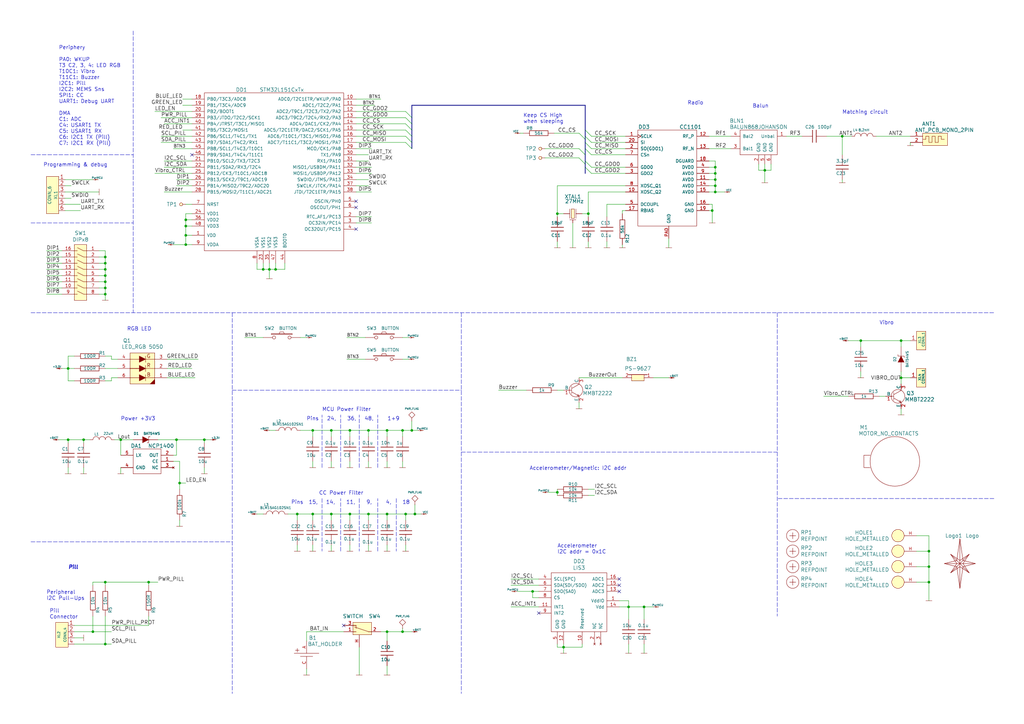
<source format=kicad_sch>
(kicad_sch (version 20211123) (generator eeschema)
  (paper "A3")
  (junction (at 135.89 176.53))
  (junction (at 43.18 264.16))
  (junction (at 38.1 259.08))
  (junction (at 293.37 73.66))
  (junction (at 49.53 180.34))
  (junction (at 293.37 78.74))
  (junction (at 293.37 71.12))
  (junction (at 143.51 176.53))
  (junction (at 73.66 198.12))
  (junction (at 293.37 76.2))
  (junction (at 128.27 210.82))
  (junction (at 27.94 151.13))
  (junction (at 43.18 120.65))
  (junction (at 83.82 180.34))
  (junction (at 218.44 242.57))
  (junction (at 158.75 259.08))
  (junction (at 158.75 176.53))
  (junction (at 143.51 210.82))
  (junction (at 110.49 110.49))
  (junction (at 43.18 107.95))
  (junction (at 292.1 86.36))
  (junction (at 369.57 139.7))
  (junction (at 158.75 210.82))
  (junction (at 72.39 180.34))
  (junction (at 345.44 55.88))
  (junction (at 381 226.06))
  (junction (at 76.2 100.33))
  (junction (at 34.29 180.34))
  (junction (at 43.18 118.11))
  (junction (at 113.03 110.49))
  (junction (at 313.69 69.85))
  (junction (at 43.18 113.03))
  (junction (at 264.16 248.92))
  (junction (at 43.18 238.76))
  (junction (at 128.27 176.53))
  (junction (at 166.37 210.82))
  (junction (at 231.14 265.43))
  (junction (at 165.1 259.08))
  (junction (at 76.2 92.71))
  (junction (at 228.6 87.63))
  (junction (at 151.13 176.53))
  (junction (at 381 238.76))
  (junction (at 241.3 87.63))
  (junction (at 170.18 210.82))
  (junction (at 76.2 96.52))
  (junction (at 27.94 180.34))
  (junction (at 135.89 210.82))
  (junction (at 121.92 210.82))
  (junction (at 257.81 248.92))
  (junction (at 43.18 105.41))
  (junction (at 151.13 210.82))
  (junction (at 293.37 68.58))
  (junction (at 107.95 110.49))
  (junction (at 369.57 154.94))
  (junction (at 76.2 90.17))
  (junction (at 43.18 115.57))
  (junction (at 353.06 139.7))
  (junction (at 60.96 238.76))
  (junction (at 381 232.41))
  (junction (at 165.1 176.53))
  (junction (at 228.6 201.93))
  (junction (at 168.91 176.53))
  (junction (at 43.18 110.49))
  (no_connect (at 254 240.03))
  (no_connect (at 220.98 251.46))
  (no_connect (at 146.05 82.55))
  (no_connect (at 146.05 93.98))
  (no_connect (at 146.05 85.09))
  (no_connect (at 254 242.57))
  (no_connect (at 78.74 63.5))
  (no_connect (at 140.97 256.54))
  (no_connect (at 254 237.49))
  (bus_entry (at 240.03 68.58) (size 2.54 2.54))
  (bus_entry (at 240.03 58.42) (size 2.54 2.54))
  (bus_entry (at 166.37 53.34) (size 2.54 2.54))
  (bus_entry (at 166.37 58.42) (size 2.54 2.54))
  (bus_entry (at 166.37 45.72) (size 2.54 2.54))
  (bus_entry (at 166.37 50.8) (size 2.54 2.54))
  (bus_entry (at 237.49 64.77) (size 2.54 2.54))
  (bus_entry (at 240.03 57.15) (size -2.54 -2.54))
  (bus_entry (at 166.37 48.26) (size 2.54 2.54))
  (bus_entry (at 166.37 55.88) (size 2.54 2.54))
  (bus_entry (at 240.03 53.34) (size 2.54 2.54))
  (bus_entry (at 240.03 55.88) (size 2.54 2.54))
  (bus_entry (at 237.49 60.96) (size 2.54 2.54))
  (bus_entry (at 240.03 66.04) (size 2.54 2.54))
  (bus_entry (at 240.03 60.96) (size 2.54 2.54))
  (bus (pts (xy 240.03 57.15) (xy 240.03 58.42)))
  (wire (pts (xy 152.4 60.96) (xy 146.05 60.96)))
  (wire (pts (xy 43.18 105.41) (xy 43.18 107.95)))
  (wire (pts (xy 76.2 96.52) (xy 76.2 100.33)))
  (polyline (pts (xy 154.94 226.06) (xy 154.94 204.47)))
  (wire (pts (xy 74.93 43.18) (xy 78.74 43.18)))
  (wire (pts (xy 158.75 276.86) (xy 158.75 273.05)))
  (wire (pts (xy 151.13 179.07) (xy 151.13 176.53)))
  (wire (pts (xy 146.05 73.66) (xy 151.13 73.66)))
  (wire (pts (xy 209.55 237.49) (xy 220.98 237.49)))
  (wire (pts (xy 45.72 154.94) (xy 48.26 154.94)))
  (wire (pts (xy 264.16 248.92) (xy 267.97 248.92)))
  (wire (pts (xy 213.36 54.61) (xy 214.63 54.61)))
  (wire (pts (xy 19.05 118.11) (xy 25.4 118.11)))
  (wire (pts (xy 255.27 100.33) (xy 255.27 101.6)))
  (wire (pts (xy 292.1 83.82) (xy 290.83 83.82)))
  (wire (pts (xy 68.58 154.94) (xy 80.01 154.94)))
  (wire (pts (xy 168.91 176.53) (xy 171.45 176.53)))
  (wire (pts (xy 123.19 176.53) (xy 128.27 176.53)))
  (wire (pts (xy 381 226.06) (xy 375.92 226.06)))
  (bus (pts (xy 168.91 55.88) (xy 168.91 58.42)))
  (wire (pts (xy 237.49 167.64) (xy 237.49 165.1)))
  (wire (pts (xy 152.4 78.74) (xy 146.05 78.74)))
  (wire (pts (xy 68.58 151.13) (xy 78.74 151.13)))
  (bus (pts (xy 240.03 63.5) (xy 240.03 66.04)))
  (wire (pts (xy 34.29 181.61) (xy 34.29 180.34)))
  (wire (pts (xy 369.57 152.4) (xy 369.57 154.94)))
  (wire (pts (xy 256.54 83.82) (xy 248.92 83.82)))
  (wire (pts (xy 143.51 213.36) (xy 143.51 210.82)))
  (wire (pts (xy 78.74 53.34) (xy 74.93 53.34)))
  (wire (pts (xy 27.94 151.13) (xy 27.94 156.21)))
  (wire (pts (xy 242.57 58.42) (xy 256.54 58.42)))
  (bus (pts (xy 168.91 43.18) (xy 240.03 43.18)))
  (wire (pts (xy 67.31 78.74) (xy 78.74 78.74)))
  (bus (pts (xy 168.91 50.8) (xy 168.91 53.34)))
  (wire (pts (xy 224.79 201.93) (xy 228.6 201.93)))
  (wire (pts (xy 43.18 146.05) (xy 45.72 146.05)))
  (wire (pts (xy 143.51 176.53) (xy 151.13 176.53)))
  (wire (pts (xy 166.37 213.36) (xy 166.37 210.82)))
  (wire (pts (xy 40.64 102.87) (xy 43.18 102.87)))
  (wire (pts (xy 168.91 176.53) (xy 168.91 172.72)))
  (bus (pts (xy 240.03 68.58) (xy 240.03 71.12)))
  (wire (pts (xy 311.15 69.85) (xy 313.69 69.85)))
  (wire (pts (xy 231.14 87.63) (xy 228.6 87.63)))
  (wire (pts (xy 43.18 151.13) (xy 48.26 151.13)))
  (wire (pts (xy 73.66 198.12) (xy 73.66 200.66)))
  (wire (pts (xy 255.27 87.63) (xy 255.27 86.36)))
  (wire (pts (xy 165.1 189.23) (xy 165.1 191.77)))
  (wire (pts (xy 165.1 176.53) (xy 165.1 179.07)))
  (wire (pts (xy 158.75 179.07) (xy 158.75 176.53)))
  (wire (pts (xy 146.05 76.2) (xy 151.13 76.2)))
  (wire (pts (xy 228.6 200.66) (xy 228.6 201.93)))
  (wire (pts (xy 165.1 257.81) (xy 165.1 259.08)))
  (wire (pts (xy 40.64 107.95) (xy 43.18 107.95)))
  (wire (pts (xy 170.18 210.82) (xy 170.18 207.01)))
  (polyline (pts (xy 407.67 204.47) (xy 318.77 204.47)))
  (wire (pts (xy 369.57 154.94) (xy 369.57 157.48)))
  (wire (pts (xy 369.57 139.7) (xy 373.38 139.7)))
  (wire (pts (xy 248.92 99.06) (xy 248.92 101.6)))
  (wire (pts (xy 135.89 210.82) (xy 143.51 210.82)))
  (wire (pts (xy 158.75 210.82) (xy 166.37 210.82)))
  (wire (pts (xy 60.96 240.03) (xy 60.96 238.76)))
  (wire (pts (xy 71.12 189.23) (xy 73.66 189.23)))
  (wire (pts (xy 113.03 110.49) (xy 116.84 110.49)))
  (wire (pts (xy 166.37 210.82) (xy 170.18 210.82)))
  (wire (pts (xy 293.37 66.04) (xy 293.37 68.58)))
  (wire (pts (xy 76.2 87.63) (xy 78.74 87.63)))
  (wire (pts (xy 345.44 73.66) (xy 345.44 74.93)))
  (wire (pts (xy 293.37 76.2) (xy 293.37 78.74)))
  (wire (pts (xy 353.06 139.7) (xy 369.57 139.7)))
  (wire (pts (xy 110.49 110.49) (xy 113.03 110.49)))
  (wire (pts (xy 293.37 68.58) (xy 293.37 71.12)))
  (wire (pts (xy 60.96 256.54) (xy 60.96 252.73)))
  (wire (pts (xy 71.12 100.33) (xy 76.2 100.33)))
  (wire (pts (xy 158.75 259.08) (xy 165.1 259.08)))
  (wire (pts (xy 290.83 78.74) (xy 293.37 78.74)))
  (wire (pts (xy 143.51 210.82) (xy 151.13 210.82)))
  (wire (pts (xy 316.23 69.85) (xy 316.23 67.31)))
  (wire (pts (xy 40.64 118.11) (xy 43.18 118.11)))
  (wire (pts (xy 78.74 55.88) (xy 66.04 55.88)))
  (wire (pts (xy 231.14 264.16) (xy 231.14 265.43)))
  (wire (pts (xy 228.6 265.43) (xy 228.6 264.16)))
  (wire (pts (xy 128.27 210.82) (xy 135.89 210.82)))
  (wire (pts (xy 242.57 60.96) (xy 256.54 60.96)))
  (wire (pts (xy 27.94 180.34) (xy 34.29 180.34)))
  (wire (pts (xy 345.44 55.88) (xy 345.44 63.5)))
  (wire (pts (xy 151.13 189.23) (xy 151.13 191.77)))
  (wire (pts (xy 43.18 240.03) (xy 43.18 238.76)))
  (wire (pts (xy 135.89 189.23) (xy 135.89 191.77)))
  (wire (pts (xy 143.51 189.23) (xy 143.51 191.77)))
  (wire (pts (xy 381 238.76) (xy 375.92 238.76)))
  (wire (pts (xy 78.74 45.72) (xy 63.5 45.72)))
  (polyline (pts (xy 12.7 91.44) (xy 54.61 91.44)))
  (wire (pts (xy 60.96 238.76) (xy 64.77 238.76)))
  (wire (pts (xy 142.24 138.43) (xy 149.86 138.43)))
  (wire (pts (xy 146.05 71.12) (xy 152.4 71.12)))
  (wire (pts (xy 241.3 78.74) (xy 256.54 78.74)))
  (wire (pts (xy 110.49 114.3) (xy 110.49 110.49)))
  (wire (pts (xy 26.67 86.36) (xy 33.02 86.36)))
  (wire (pts (xy 27.94 191.77) (xy 27.94 194.31)))
  (wire (pts (xy 76.2 92.71) (xy 76.2 96.52)))
  (wire (pts (xy 241.3 88.9) (xy 241.3 87.63)))
  (wire (pts (xy 238.76 265.43) (xy 238.76 264.16)))
  (wire (pts (xy 76.2 92.71) (xy 78.74 92.71)))
  (wire (pts (xy 218.44 242.57) (xy 220.98 242.57)))
  (wire (pts (xy 143.51 223.52) (xy 143.51 226.06)))
  (wire (pts (xy 290.83 68.58) (xy 293.37 68.58)))
  (wire (pts (xy 369.57 142.24) (xy 369.57 139.7)))
  (wire (pts (xy 34.29 180.34) (xy 36.83 180.34)))
  (wire (pts (xy 25.4 120.65) (xy 19.05 120.65)))
  (wire (pts (xy 228.6 160.02) (xy 231.14 160.02)))
  (polyline (pts (xy 318.77 128.27) (xy 318.77 252.73)))
  (wire (pts (xy 135.89 179.07) (xy 135.89 176.53)))
  (wire (pts (xy 290.83 86.36) (xy 292.1 86.36)))
  (wire (pts (xy 337.82 162.56) (xy 347.98 162.56)))
  (wire (pts (xy 38.1 259.08) (xy 30.48 259.08)))
  (wire (pts (xy 360.68 162.56) (xy 363.22 162.56)))
  (wire (pts (xy 248.92 83.82) (xy 248.92 88.9)))
  (wire (pts (xy 158.75 213.36) (xy 158.75 210.82)))
  (wire (pts (xy 238.76 87.63) (xy 241.3 87.63)))
  (wire (pts (xy 67.31 66.04) (xy 78.74 66.04)))
  (wire (pts (xy 125.73 138.43) (xy 123.19 138.43)))
  (wire (pts (xy 73.66 189.23) (xy 73.66 198.12)))
  (wire (pts (xy 43.18 120.65) (xy 43.18 123.19)))
  (wire (pts (xy 49.53 191.77) (xy 49.53 194.31)))
  (wire (pts (xy 254 246.38) (xy 257.81 246.38)))
  (wire (pts (xy 110.49 176.53) (xy 113.03 176.53)))
  (wire (pts (xy 27.94 151.13) (xy 30.48 151.13)))
  (wire (pts (xy 76.2 90.17) (xy 78.74 90.17)))
  (wire (pts (xy 223.52 60.96) (xy 237.49 60.96)))
  (wire (pts (xy 381 232.41) (xy 375.92 232.41)))
  (wire (pts (xy 27.94 146.05) (xy 30.48 146.05)))
  (wire (pts (xy 167.64 138.43) (xy 165.1 138.43)))
  (wire (pts (xy 146.05 50.8) (xy 166.37 50.8)))
  (wire (pts (xy 293.37 71.12) (xy 293.37 73.66)))
  (wire (pts (xy 73.66 198.12) (xy 76.2 198.12)))
  (wire (pts (xy 353.06 142.24) (xy 353.06 139.7)))
  (wire (pts (xy 381 232.41) (xy 381 238.76)))
  (wire (pts (xy 43.18 113.03) (xy 43.18 115.57)))
  (polyline (pts (xy 189.23 128.27) (xy 189.23 284.48)))
  (wire (pts (xy 223.52 64.77) (xy 237.49 64.77)))
  (wire (pts (xy 135.89 223.52) (xy 135.89 226.06)))
  (wire (pts (xy 158.75 262.89) (xy 158.75 259.08)))
  (polyline (pts (xy 162.56 204.47) (xy 162.56 226.06)))
  (wire (pts (xy 146.05 40.64) (xy 156.21 40.64)))
  (wire (pts (xy 38.1 238.76) (xy 43.18 238.76)))
  (wire (pts (xy 165.1 176.53) (xy 168.91 176.53)))
  (wire (pts (xy 228.6 99.06) (xy 228.6 101.6)))
  (wire (pts (xy 322.58 55.88) (xy 328.93 55.88)))
  (wire (pts (xy 76.2 83.82) (xy 78.74 83.82)))
  (wire (pts (xy 170.18 210.82) (xy 172.72 210.82)))
  (wire (pts (xy 151.13 176.53) (xy 158.75 176.53)))
  (wire (pts (xy 369.57 154.94) (xy 373.38 154.94)))
  (wire (pts (xy 83.82 180.34) (xy 86.36 180.34)))
  (wire (pts (xy 105.41 210.82) (xy 107.95 210.82)))
  (polyline (pts (xy 132.08 204.47) (xy 132.08 226.06)))
  (wire (pts (xy 105.41 107.95) (xy 105.41 110.49)))
  (wire (pts (xy 45.72 259.08) (xy 38.1 259.08)))
  (wire (pts (xy 78.74 76.2) (xy 72.39 76.2)))
  (wire (pts (xy 29.21 76.2) (xy 26.67 76.2)))
  (wire (pts (xy 237.49 154.94) (xy 255.27 154.94)))
  (wire (pts (xy 64.77 180.34) (xy 72.39 180.34)))
  (wire (pts (xy 78.74 68.58) (xy 67.31 68.58)))
  (wire (pts (xy 100.33 138.43) (xy 107.95 138.43)))
  (polyline (pts (xy 147.32 204.47) (xy 147.32 226.06)))
  (wire (pts (xy 40.64 110.49) (xy 43.18 110.49)))
  (wire (pts (xy 135.89 213.36) (xy 135.89 210.82)))
  (wire (pts (xy 293.37 78.74) (xy 297.18 78.74)))
  (wire (pts (xy 290.83 71.12) (xy 293.37 71.12)))
  (wire (pts (xy 257.81 254) (xy 257.81 248.92)))
  (wire (pts (xy 241.3 99.06) (xy 241.3 101.6)))
  (wire (pts (xy 43.18 110.49) (xy 43.18 113.03)))
  (wire (pts (xy 264.16 248.92) (xy 264.16 254)))
  (wire (pts (xy 242.57 71.12) (xy 256.54 71.12)))
  (wire (pts (xy 43.18 156.21) (xy 45.72 156.21)))
  (wire (pts (xy 63.5 71.12) (xy 78.74 71.12)))
  (bus (pts (xy 240.03 60.96) (xy 240.03 63.5)))
  (wire (pts (xy 19.05 102.87) (xy 25.4 102.87)))
  (wire (pts (xy 128.27 189.23) (xy 128.27 191.77)))
  (bus (pts (xy 240.03 66.04) (xy 240.03 67.31)))
  (wire (pts (xy 146.05 91.44) (xy 152.4 91.44)))
  (wire (pts (xy 359.41 55.88) (xy 373.38 55.88)))
  (wire (pts (xy 72.39 186.69) (xy 71.12 186.69)))
  (wire (pts (xy 34.29 261.62) (xy 30.48 261.62)))
  (wire (pts (xy 158.75 176.53) (xy 165.1 176.53)))
  (wire (pts (xy 299.72 60.96) (xy 290.83 60.96)))
  (polyline (pts (xy 12.7 128.27) (xy 407.67 128.27)))
  (bus (pts (xy 168.91 48.26) (xy 168.91 50.8)))
  (wire (pts (xy 165.1 259.08) (xy 168.91 259.08)))
  (bus (pts (xy 240.03 43.18) (xy 240.03 53.34)))
  (wire (pts (xy 128.27 179.07) (xy 128.27 176.53)))
  (wire (pts (xy 347.98 139.7) (xy 353.06 139.7)))
  (wire (pts (xy 220.98 245.11) (xy 218.44 245.11)))
  (wire (pts (xy 151.13 213.36) (xy 151.13 210.82)))
  (wire (pts (xy 46.99 180.34) (xy 49.53 180.34)))
  (wire (pts (xy 38.1 259.08) (xy 38.1 252.73)))
  (wire (pts (xy 257.81 248.92) (xy 264.16 248.92)))
  (wire (pts (xy 78.74 58.42) (xy 66.04 58.42)))
  (wire (pts (xy 43.18 264.16) (xy 30.48 264.16)))
  (wire (pts (xy 25.4 105.41) (xy 19.05 105.41)))
  (wire (pts (xy 107.95 107.95) (xy 107.95 110.49)))
  (wire (pts (xy 292.1 91.44) (xy 292.1 86.36)))
  (wire (pts (xy 339.09 55.88) (xy 345.44 55.88)))
  (wire (pts (xy 27.94 180.34) (xy 27.94 181.61)))
  (wire (pts (xy 241.3 87.63) (xy 241.3 78.74)))
  (wire (pts (xy 72.39 180.34) (xy 83.82 180.34)))
  (polyline (pts (xy 54.61 12.7) (xy 54.61 128.27)))
  (polyline (pts (xy 139.7 191.77) (xy 139.7 170.18)))
  (wire (pts (xy 49.53 180.34) (xy 54.61 180.34)))
  (wire (pts (xy 290.83 73.66) (xy 293.37 73.66)))
  (wire (pts (xy 256.54 76.2) (xy 228.6 76.2)))
  (wire (pts (xy 231.14 265.43) (xy 231.14 267.97)))
  (wire (pts (xy 45.72 264.16) (xy 43.18 264.16)))
  (wire (pts (xy 353.06 152.4) (xy 353.06 154.94)))
  (wire (pts (xy 19.05 107.95) (xy 25.4 107.95)))
  (wire (pts (xy 135.89 176.53) (xy 143.51 176.53)))
  (wire (pts (xy 228.6 87.63) (xy 228.6 88.9)))
  (wire (pts (xy 345.44 55.88) (xy 349.25 55.88)))
  (wire (pts (xy 218.44 245.11) (xy 218.44 242.57)))
  (wire (pts (xy 234.95 91.44) (xy 234.95 101.6)))
  (wire (pts (xy 313.69 67.31) (xy 313.69 69.85)))
  (wire (pts (xy 125.73 259.08) (xy 125.73 262.89)))
  (wire (pts (xy 220.98 240.03) (xy 209.55 240.03)))
  (wire (pts (xy 146.05 55.88) (xy 166.37 55.88)))
  (wire (pts (xy 264.16 264.16) (xy 264.16 267.97)))
  (wire (pts (xy 151.13 223.52) (xy 151.13 226.06)))
  (wire (pts (xy 290.83 66.04) (xy 293.37 66.04)))
  (wire (pts (xy 257.81 264.16) (xy 257.81 267.97)))
  (wire (pts (xy 292.1 86.36) (xy 292.1 83.82)))
  (wire (pts (xy 369.57 167.64) (xy 369.57 170.18)))
  (wire (pts (xy 212.09 242.57) (xy 218.44 242.57)))
  (wire (pts (xy 45.72 156.21) (xy 45.72 154.94)))
  (wire (pts (xy 45.72 147.32) (xy 48.26 147.32)))
  (wire (pts (xy 25.4 151.13) (xy 27.94 151.13)))
  (wire (pts (xy 146.05 48.26) (xy 166.37 48.26)))
  (wire (pts (xy 128.27 223.52) (xy 128.27 226.06)))
  (wire (pts (xy 49.53 180.34) (xy 49.53 186.69)))
  (wire (pts (xy 38.1 240.03) (xy 38.1 238.76)))
  (wire (pts (xy 30.48 256.54) (xy 60.96 256.54)))
  (wire (pts (xy 67.31 50.8) (xy 78.74 50.8)))
  (wire (pts (xy 76.2 100.33) (xy 78.74 100.33)))
  (wire (pts (xy 290.83 55.88) (xy 299.72 55.88)))
  (polyline (pts (xy 95.25 160.02) (xy 189.23 160.02)))
  (polyline (pts (xy 147.32 191.77) (xy 147.32 170.18)))
  (wire (pts (xy 143.51 179.07) (xy 143.51 176.53)))
  (wire (pts (xy 40.64 115.57) (xy 43.18 115.57)))
  (bus (pts (xy 240.03 67.31) (xy 240.03 68.58)))
  (polyline (pts (xy 189.23 185.42) (xy 318.77 185.42)))
  (polyline (pts (xy 132.08 191.77) (xy 132.08 170.18)))
  (bus (pts (xy 168.91 58.42) (xy 168.91 60.96)))
  (wire (pts (xy 43.18 102.87) (xy 43.18 105.41)))
  (wire (pts (xy 27.94 156.21) (xy 30.48 156.21)))
  (wire (pts (xy 43.18 115.57) (xy 43.18 118.11)))
  (wire (pts (xy 267.97 154.94) (xy 274.32 154.94)))
  (wire (pts (xy 381 219.71) (xy 375.92 219.71)))
  (wire (pts (xy 66.04 48.26) (xy 78.74 48.26)))
  (wire (pts (xy 125.73 259.08) (xy 140.97 259.08)))
  (wire (pts (xy 381 226.06) (xy 381 219.71)))
  (wire (pts (xy 43.18 107.95) (xy 43.18 110.49)))
  (wire (pts (xy 24.13 180.34) (xy 27.94 180.34)))
  (wire (pts (xy 147.32 265.43) (xy 147.32 276.86)))
  (wire (pts (xy 128.27 213.36) (xy 128.27 210.82)))
  (wire (pts (xy 121.92 213.36) (xy 121.92 210.82)))
  (wire (pts (xy 71.12 60.96) (xy 78.74 60.96)))
  (wire (pts (xy 311.15 67.31) (xy 311.15 69.85)))
  (wire (pts (xy 381 238.76) (xy 381 246.38)))
  (wire (pts (xy 290.83 76.2) (xy 293.37 76.2)))
  (wire (pts (xy 72.39 186.69) (xy 72.39 180.34)))
  (wire (pts (xy 146.05 45.72) (xy 166.37 45.72)))
  (wire (pts (xy 76.2 96.52) (xy 78.74 96.52)))
  (wire (pts (xy 25.4 110.49) (xy 19.05 110.49)))
  (bus (pts (xy 168.91 53.34) (xy 168.91 55.88)))
  (wire (pts (xy 27.94 146.05) (xy 27.94 151.13)))
  (wire (pts (xy 105.41 110.49) (xy 107.95 110.49)))
  (wire (pts (xy 121.92 223.52) (xy 121.92 226.06)))
  (wire (pts (xy 40.64 105.41) (xy 43.18 105.41)))
  (wire (pts (xy 43.18 118.11) (xy 43.18 120.65)))
  (bus (pts (xy 168.91 43.18) (xy 168.91 48.26)))
  (wire (pts (xy 142.24 147.32) (xy 149.86 147.32)))
  (polyline (pts (xy 95.25 128.27) (xy 95.25 284.48)))
  (wire (pts (xy 293.37 73.66) (xy 293.37 76.2)))
  (wire (pts (xy 241.3 200.66) (xy 243.84 200.66)))
  (wire (pts (xy 19.05 113.03) (xy 25.4 113.03)))
  (wire (pts (xy 255.27 86.36) (xy 256.54 86.36)))
  (wire (pts (xy 237.49 54.61) (xy 227.33 54.61)))
  (wire (pts (xy 125.73 274.32) (xy 125.73 276.86)))
  (wire (pts (xy 83.82 180.34) (xy 83.82 181.61)))
  (wire (pts (xy 113.03 110.49) (xy 113.03 107.95)))
  (wire (pts (xy 26.67 81.28) (xy 29.21 81.28)))
  (wire (pts (xy 72.39 73.66) (xy 78.74 73.66)))
  (wire (pts (xy 146.05 53.34) (xy 166.37 53.34)))
  (polyline (pts (xy 154.94 191.77) (xy 154.94 170.18)))
  (wire (pts (xy 209.55 248.92) (xy 220.98 248.92)))
  (wire (pts (xy 313.69 69.85) (xy 316.23 69.85)))
  (wire (pts (xy 156.21 259.08) (xy 158.75 259.08)))
  (polyline (pts (xy 12.7 63.5) (xy 54.61 63.5)))
  (wire (pts (xy 45.72 146.05) (xy 45.72 147.32)))
  (wire (pts (xy 110.49 110.49) (xy 110.49 107.95)))
  (bus (pts (xy 240.03 53.34) (xy 240.03 55.88)))
  (wire (pts (xy 76.2 87.63) (xy 76.2 90.17)))
  (wire (pts (xy 166.37 223.52) (xy 166.37 226.06)))
  (wire (pts (xy 228.6 265.43) (xy 231.14 265.43)))
  (wire (pts (xy 243.84 203.2) (xy 241.3 203.2)))
  (wire (pts (xy 204.47 160.02) (xy 215.9 160.02)))
  (wire (pts (xy 228.6 76.2) (xy 228.6 87.63)))
  (wire (pts (xy 83.82 191.77) (xy 83.82 194.31)))
  (wire (pts (xy 373.38 58.42) (xy 373.38 59.69)))
  (wire (pts (xy 231.14 265.43) (xy 238.76 265.43)))
  (polyline (pts (xy 12.7 222.25) (xy 95.25 222.25)))
  (wire (pts (xy 254 248.92) (xy 257.81 248.92)))
  (wire (pts (xy 381 226.06) (xy 381 232.41)))
  (wire (pts (xy 158.75 189.23) (xy 158.75 191.77)))
  (wire (pts (xy 33.02 83.82) (xy 26.67 83.82)))
  (wire (pts (xy 26.67 73.66) (xy 38.1 73.66)))
  (wire (pts (xy 151.13 66.04) (xy 146.05 66.04)))
  (wire (pts (xy 167.64 147.32) (xy 165.1 147.32)))
  (wire (pts (xy 146.05 68.58) (xy 152.4 68.58)))
  (wire (pts (xy 242.57 63.5) (xy 256.54 63.5)))
  (wire (pts (xy 274.32 97.79) (xy 274.32 101.6)))
  (wire (pts (xy 313.69 69.85) (xy 313.69 74.93)))
  (wire (pts (xy 228.6 201.93) (xy 228.6 203.2)))
  (wire (pts (xy 43.18 120.65) (xy 40.64 120.65)))
  (wire (pts (xy 121.92 210.82) (xy 128.27 210.82)))
  (wire (pts (xy 242.57 68.58) (xy 256.54 68.58)))
  (wire (pts (xy 107.95 110.49) (xy 110.49 110.49)))
  (wire (pts (xy 146.05 58.42) (xy 166.37 58.42)))
  (wire (pts (xy 257.81 246.38) (xy 257.81 248.92)))
  (wire (pts (xy 118.11 210.82) (xy 121.92 210.82)))
  (wire (pts (xy 152.4 88.9) (xy 146.05 88.9)))
  (wire (pts (xy 151.13 210.82) (xy 158.75 210.82)))
  (wire (pts (xy 158.75 223.52) (xy 158.75 226.06)))
  (polyline (pts (xy 139.7 226.06) (xy 139.7 204.47)))
  (wire (pts (xy 43.18 264.16) (xy 43.18 252.73)))
  (wire (pts (xy 146.05 63.5) (xy 151.13 63.5)))
  (wire (pts (xy 26.67 78.74) (xy 40.64 78.74)))
  (wire (pts (xy 34.29 191.77) (xy 34.29 194.31)))
  (bus (pts (xy 240.03 58.42) (xy 240.03 60.96)))
  (wire (pts (xy 81.28 147.32) (xy 68.58 147.32)))
  (wire (pts (xy 40.64 113.03) (xy 43.18 113.03)))
  (wire (pts (xy 153.67 43.18) (xy 146.05 43.18)))
  (wire (pts (xy 242.57 55.88) (xy 256.54 55.88)))
  (wire (pts (xy 74.93 40.64) (xy 78.74 40.64)))
  (wire (pts (xy 25.4 115.57) (xy 19.05 115.57)))
  (bus (pts (xy 240.03 55.88) (xy 240.03 57.15)))
  (wire (pts (xy 76.2 90.17) (xy 76.2 92.71)))
  (wire (pts (xy 73.66 213.36) (xy 73.66 215.9)))
  (wire (pts (xy 43.18 238.76) (xy 60.96 238.76)))
  (wire (pts (xy 116.84 110.49) (xy 116.84 107.95)))
  (wire (pts (xy 128.27 176.53) (xy 135.89 176.53)))
  (text "Vibro" (at 360.68 133.35 0) (effects (font (size 1.524 1.524)) (justify left bottom)))
  (text "Accelerometer\nI2C addr = 0x1C" (at 228.6 227.33 0) (effects (font (size 1.524 1.524)) (justify left bottom)))
  (text "Balun" (at 308.61 44.45 0) (effects (font (size 1.524 1.524)) (justify left bottom)))
  (text "Peripheral\nI2C Pull-Ups" (at 19.05 246.38 0) (effects (font (size 1.524 1.524)) (justify left bottom)))
  (text "RGB LED" (at 52.07 135.89 0) (effects (font (size 1.524 1.524)) (justify left bottom)))
  (text "MCU Power Filter" (at 132.08 168.91 0) (effects (font (size 1.524 1.524)) (justify left bottom)))
  (text "Matching circuit" (at 345.44 46.99 0) (effects (font (size 1.524 1.524)) (justify left bottom)))
  (text "Pins  15,   14,    11,    9,     4,    18" (at 119.38 207.01 0) (effects (font (size 1.524 1.524)) (justify left bottom)))
  (text "Radio" (at 281.94 43.18 0) (effects (font (size 1.524 1.524)) (justify left bottom)))
  (text "Power +3V3" (at 49.53 172.72 0) (effects (font (size 1.524 1.524)) (justify left bottom)))
  (text "Pill \nConnector" (at 20.32 254 0) (effects (font (size 1.524 1.524)) (justify left bottom)))
  (text "Pill" (at 27.94 233.68 0) (effects (font (size 1.524 1.524) (thickness 0.3048) bold italic) (justify left bottom)))
  (text "Pins   24,    36,   48,     1+9" (at 125.73 172.72 0) (effects (font (size 1.524 1.524)) (justify left bottom)))
  (text "Programming & debug" (at 17.78 68.58 0) (effects (font (size 1.524 1.524)) (justify left bottom)))
  (text "Keep CS High\nwhen sleeping" (at 214.63 50.8 0) (effects (font (size 1.524 1.524)) (justify left bottom)))
  (text "Accelerometer/Magnetic: I2C addr" (at 217.17 193.04 0) (effects (font (size 1.524 1.524)) (justify left bottom)))
  (text "CC Power Filter" (at 130.81 203.2 0) (effects (font (size 1.524 1.524)) (justify left bottom)))
  (text "Periphery\n\nPA0: WKUP\nT3 C2, 3, 4: LED RGB\nT10C1: Vibro\nT11C1: Buzzer\nI2C1: Pill \nI2C2: MEMS Sns\nSPI1: CC\nUART1: Debug UART\n\nDMA\nC1: ADC\nC4: USART1 TX\nC5: USART1 RX\nC6: I2C1 TX (Pill)\nC7: I2C1 RX (Pill)\n\n" (at 24.13 62.23 0) (effects (font (size 1.524 1.524)) (justify left bottom)))
  (label "UART_TX" (at 33.02 83.82 0) (effects (font (size 1.524 1.524))))
  (label "I2C_SCL" (at 209.55 237.49 0) (effects (font (size 1.524 1.524))))
  (label "SWCLK" (at 151.13 76.2 0) (effects (font (size 1.524 1.524))))
  (label "RF2" (at 293.37 60.96 0) (effects (font (size 1.524 1.524))))
  (label "SDA_PILL" (at 66.04 58.42 0) (effects (font (size 1.524 1.524))))
  (label "CC_CS" (at 148.59 50.8 0) (effects (font (size 1.524 1.524))))
  (label "DIP1" (at 19.05 102.87 0) (effects (font (size 1.524 1.524))))
  (label "CC_GDO2" (at 243.84 71.12 0) (effects (font (size 1.524 1.524))))
  (label "RED_LED" (at 78.74 151.13 180) (effects (font (size 1.524 1.524))))
  (label "UART_RX" (at 33.02 86.36 0) (effects (font (size 1.524 1.524))))
  (label "I2C_SDA" (at 243.84 203.2 0) (effects (font (size 1.524 1.524))))
  (label "PWR_PILL" (at 64.77 238.76 0) (effects (font (size 1.524 1.524))))
  (label "ACC_INT1" (at 67.31 50.8 0) (effects (font (size 1.524 1.524))))
  (label "CC_GDO0" (at 224.79 60.96 0) (effects (font (size 1.524 1.524))))
  (label "LED_EN" (at 76.2 198.12 0) (effects (font (size 1.524 1.524))))
  (label "DIP2" (at 19.05 105.41 0) (effects (font (size 1.524 1.524))))
  (label "DIP2" (at 72.39 76.2 0) (effects (font (size 1.524 1.524))))
  (label "DIP1" (at 72.39 73.66 0) (effects (font (size 1.524 1.524))))
  (label "Vibro_CTRL" (at 63.5 71.12 0) (effects (font (size 1.524 1.524))))
  (label "BTN1" (at 100.33 138.43 0))
  (label "Buzzer" (at 204.47 160.02 0) (effects (font (size 1.524 1.524))))
  (label "BuzzerOut" (at 241.3 154.94 0) (effects (font (size 1.524 1.524))))
  (label "RED_LED" (at 74.93 53.34 180) (effects (font (size 1.524 1.524))))
  (label "CC_GDO2" (at 224.79 64.77 0) (effects (font (size 1.524 1.524))))
  (label "DIP3" (at 152.4 60.96 180) (effects (font (size 1.524 1.524))))
  (label "LED_EN" (at 63.5 45.72 0) (effects (font (size 1.524 1.524))))
  (label "BTN1" (at 156.21 40.64 180))
  (label "I2C_SCL" (at 67.31 66.04 0) (effects (font (size 1.524 1.524))))
  (label "UART_RX" (at 151.13 66.04 0) (effects (font (size 1.524 1.524))))
  (label "CC_MISO" (at 243.84 60.96 0) (effects (font (size 1.524 1.524))))
  (label "DIP7" (at 152.4 88.9 180) (effects (font (size 1.524 1.524))))
  (label "DIP8" (at 19.05 120.65 0) (effects (font (size 1.524 1.524))))
  (label "SCL_PILL" (at 45.72 259.08 0) (effects (font (size 1.524 1.524))))
  (label "DIP6" (at 19.05 115.57 0) (effects (font (size 1.524 1.524))))
  (label "Lout" (at 48.26 180.34 0) (effects (font (size 1.524 1.524))))
  (label "DIP5" (at 152.4 78.74 180) (effects (font (size 1.524 1.524))))
  (label "Buzzer" (at 67.31 78.74 0) (effects (font (size 1.524 1.524))))
  (label "GREEN_LED" (at 74.93 43.18 180) (effects (font (size 1.524 1.524))))
  (label "DIP5" (at 19.05 113.03 0) (effects (font (size 1.524 1.524))))
  (label "CC_SCK" (at 148.59 53.34 0) (effects (font (size 1.524 1.524))))
  (label "CC_SCK" (at 243.84 55.88 0) (effects (font (size 1.524 1.524))))
  (label "SWCLK" (at 29.21 76.2 0) (effects (font (size 1.524 1.524))))
  (label "RF3" (at 323.85 55.88 0) (effects (font (size 1.524 1.524))))
  (label "CC_CS" (at 243.84 63.5 0) (effects (font (size 1.524 1.524))))
  (label "SWDIO" (at 29.21 81.28 0) (effects (font (size 1.524 1.524))))
  (label "VIBRO_OUT" (at 369.57 156.21 180) (effects (font (size 1.524 1.524))))
  (label "BTN3" (at 71.12 60.96 0))
  (label "Vibro_CTRL" (at 337.82 162.56 0) (effects (font (size 1.524 1.524))))
  (label "DIP6" (at 152.4 71.12 180) (effects (font (size 1.524 1.524))))
  (label "GREEN_LED" (at 81.28 147.32 180) (effects (font (size 1.524 1.524))))
  (label "CC_MOSI" (at 243.84 58.42 0) (effects (font (size 1.524 1.524))))
  (label "BTN2" (at 153.67 43.18 180))
  (label "DIP4" (at 152.4 68.58 180) (effects (font (size 1.524 1.524))))
  (label "I2C_SCL" (at 243.84 200.66 0) (effects (font (size 1.524 1.524))))
  (label "CC_MISO" (at 148.59 55.88 0) (effects (font (size 1.524 1.524))))
  (label "I2C_SDA" (at 67.31 68.58 0) (effects (font (size 1.524 1.524))))
  (label "ACC_INT1" (at 209.55 248.92 0) (effects (font (size 1.524 1.524))))
  (label "DIP4" (at 19.05 110.49 0) (effects (font (size 1.524 1.524))))
  (label "DIP3" (at 19.05 107.95 0) (effects (font (size 1.524 1.524))))
  (label "BTN2" (at 142.24 138.43 0))
  (label "CC_CS" (at 236.22 54.61 180) (effects (font (size 1.524 1.524))))
  (label "BAT_IN" (at 127 259.08 0) (effects (font (size 1.524 1.524))))
  (label "PWR_PILL_PROT" (at 45.72 256.54 0) (effects (font (size 1.524 1.524))))
  (label "BLUE_LED" (at 74.93 40.64 180) (effects (font (size 1.524 1.524))))
  (label "CC_GDO2" (at 148.59 45.72 0) (effects (font (size 1.524 1.524))))
  (label "DIP7" (at 19.05 118.11 0) (effects (font (size 1.524 1.524))))
  (label "ANT1" (at 344.17 55.88 0) (effects (font (size 1.524 1.524))))
  (label "ANT2" (at 364.49 55.88 0) (effects (font (size 1.524 1.524))))
  (label "I2C_SDA" (at 209.55 240.03 0) (effects (font (size 1.524 1.524))))
  (label "SWDIO" (at 151.13 73.66 0) (effects (font (size 1.524 1.524))))
  (label "DIP8" (at 152.4 91.44 180) (effects (font (size 1.524 1.524))))
  (label "BLUE_LED" (at 80.01 154.94 180) (effects (font (size 1.524 1.524))))
  (label "CC_GDO0" (at 243.84 68.58 0) (effects (font (size 1.524 1.524))))
  (label "RF1" (at 293.37 55.88 0) (effects (font (size 1.524 1.524))))
  (label "PWR_PILL" (at 66.04 48.26 0) (effects (font (size 1.524 1.524))))
  (label "BTN3" (at 142.24 147.32 0))
  (label "CC_MOSI" (at 148.59 58.42 0) (effects (font (size 1.524 1.524))))
  (label "SDA_PILL" (at 45.72 264.16 0) (effects (font (size 1.524 1.524))))
  (label "CC_GDO0" (at 148.59 48.26 0) (effects (font (size 1.524 1.524))))
  (label "SCL_PILL" (at 66.04 55.88 0) (effects (font (size 1.524 1.524))))
  (label "UART_TX" (at 151.13 63.5 0) (effects (font (size 1.524 1.524))))
  (symbol (lib_id "power:GND") (at 165.1 191.77 0) (unit 1)
    (property "Reference" "#PWR029" (effects hide))
    (property "Value" "GND" (effects hide))
  )
  (symbol (lib_id "power:GND") (at 158.75 191.77 0) (unit 1)
    (property "Reference" "#PWR026" (effects hide))
    (property "Value" "GND" (effects hide))
  )
  (symbol (lib_id "power:GND") (at 151.13 191.77 0) (unit 1)
    (property "Reference" "#PWR024" (effects hide))
    (property "Value" "GND" (effects hide))
  )
  (symbol (lib_id "power:GND") (at 135.89 191.77 0) (unit 1)
    (property "Reference" "#PWR020" (effects hide))
    (property "Value" "GND" (effects hide))
  )
  (symbol (lib_id "Tittar_kl:C") (at 135.89 184.15 0) (unit 1)
    (property "Reference" "C2" (at 133.35 186.69 0) (effects (justify left)))
    (property "Value" "0.1u" (at 133.35 181.61 0) (effects (justify left)))
    (property "Footprint" "Capacitors:CAP_0603" (effects hide))
  )
  (symbol (lib_id "Tittar_kl:C") (at 151.13 184.15 0) (unit 1)
    (property "Reference" "C4" (at 148.59 186.69 0) (effects (justify left)))
    (property "Value" "0.1u" (at 148.59 181.61 0) (effects (justify left)))
    (property "Footprint" "Capacitors:CAP_0603" (effects hide))
  )
  (symbol (lib_id "Tittar_kl:C") (at 165.1 184.15 0) (unit 1)
    (property "Reference" "C6" (at 162.56 186.69 0) (effects (justify left)))
    (property "Value" "1u" (at 162.56 181.61 0) (effects (justify left)))
    (property "Footprint" "Capacitors:CAP_0603" (effects hide))
  )
  (symbol (lib_id "Tittar_kl:C") (at 158.75 184.15 0) (unit 1)
    (property "Reference" "C5" (at 156.21 186.69 0) (effects (justify left)))
    (property "Value" "10n" (at 156.21 181.61 0) (effects (justify left)))
    (property "Footprint" "Capacitors:CAP_0603" (effects hide))
  )
  (symbol (lib_id "power:GND") (at 128.27 191.77 0) (unit 1)
    (property "Reference" "#PWR017" (effects hide))
    (property "Value" "GND" (effects hide))
  )
  (symbol (lib_id "power:GND") (at 143.51 191.77 0) (unit 1)
    (property "Reference" "#PWR022" (effects hide))
    (property "Value" "GND" (effects hide))
  )
  (symbol (lib_id "Tittar_kl:C") (at 143.51 184.15 0) (unit 1)
    (property "Reference" "C3" (at 140.97 186.69 0) (effects (justify left)))
    (property "Value" "0.1u" (at 140.97 181.61 0) (effects (justify left)))
    (property "Footprint" "Capacitors:CAP_0603" (effects hide))
  )
  (symbol (lib_id "power:PWR_FLAG") (at 165.1 257.81 0) (unit 1)
    (property "Reference" "#FLG01" (effects hide))
    (property "Value" "PWR_FLAG" (at 165.1 252.73 0) (effects (font (size 0.762 0.762))))
  )
  (symbol (lib_id "power:+BATT") (at 168.91 259.08 0) (unit 1)
    (property "Reference" "#PWR032" (effects hide))
    (property "Value" "+BATT" (at 170.942 258.318 0) (effects (font (size 0.762 0.762))))
  )
  (symbol (lib_id "power:GND") (at 166.37 226.06 0) (unit 1)
    (property "Reference" "#PWR030" (effects hide))
    (property "Value" "GND" (effects hide))
  )
  (symbol (lib_id "Tittar_kl:C") (at 166.37 218.44 0) (unit 1)
    (property "Reference" "C19" (at 163.83 215.9 0) (effects (justify left)))
    (property "Value" "0.1u" (at 163.83 220.98 0) (effects (justify left)))
    (property "Footprint" "Capacitors:CAP_0603" (effects hide))
  )
  (symbol (lib_id "power:GND") (at 151.13 226.06 0) (unit 1)
    (property "Reference" "#PWR025" (effects hide))
    (property "Value" "GND" (effects hide))
  )
  (symbol (lib_id "Tittar_kl:C") (at 151.13 218.44 0) (unit 1)
    (property "Reference" "C17" (at 148.59 215.9 0) (effects (justify left)))
    (property "Value" "0.1u" (at 148.59 222.25 0) (effects (justify left)))
    (property "Footprint" "Capacitors:CAP_0603" (effects hide))
  )
  (symbol (lib_id "Tittar_kl:C") (at 158.75 218.44 0) (unit 1)
    (property "Reference" "C18" (at 156.21 215.9 0) (effects (justify left)))
    (property "Value" "0.1u" (at 156.21 220.98 0) (effects (justify left)))
    (property "Footprint" "Capacitors:CAP_0603" (effects hide))
  )
  (symbol (lib_id "power:GND") (at 158.75 226.06 0) (unit 1)
    (property "Reference" "#PWR027" (effects hide))
    (property "Value" "GND" (effects hide))
  )
  (symbol (lib_id "power:GND") (at 143.51 226.06 0) (unit 1)
    (property "Reference" "#PWR023" (effects hide))
    (property "Value" "GND" (effects hide))
  )
  (symbol (lib_id "Tittar_kl:C") (at 143.51 218.44 0) (unit 1)
    (property "Reference" "C16" (at 140.97 215.9 0) (effects (justify left)))
    (property "Value" "0.1u" (at 140.97 220.98 0) (effects (justify left)))
    (property "Footprint" "Capacitors:CAP_0603" (effects hide))
  )
  (symbol (lib_id "Tittar_kl:C") (at 135.89 218.44 0) (unit 1)
    (property "Reference" "C15" (at 133.35 215.9 0) (effects (justify left)))
    (property "Value" "0.1u" (at 133.35 222.25 0) (effects (justify left)))
    (property "Footprint" "Capacitors:CAP_0603" (effects hide))
  )
  (symbol (lib_id "power:GND") (at 135.89 226.06 0) (unit 1)
    (property "Reference" "#PWR021" (effects hide))
    (property "Value" "GND" (effects hide))
  )
  (symbol (lib_id "power:GND") (at 128.27 226.06 0) (unit 1)
    (property "Reference" "#PWR018" (effects hide))
    (property "Value" "GND" (effects hide))
  )
  (symbol (lib_id "Tittar_kl:C") (at 128.27 218.44 0) (unit 1)
    (property "Reference" "C14" (at 125.73 215.9 0) (effects (justify left)))
    (property "Value" "0.1u" (at 125.73 220.98 0) (effects (justify left)))
    (property "Footprint" "Capacitors:CAP_0603" (effects hide))
  )
  (symbol (lib_id "power:GND") (at 110.49 114.3 0) (unit 1)
    (property "Reference" "#PWR015" (effects hide))
    (property "Value" "GND" (effects hide))
  )
  (symbol (lib_id "Tittar_kl:LED_5050_new") (at 58.42 151.13 0) (unit 1)
    (property "Reference" "Q1" (at 52.07 139.7 0) (effects (font (size 1.524 1.524))))
    (property "Value" "LED_RGB 5050" (at 58.42 142.24 0) (effects (font (size 1.524 1.524))))
    (property "Footprint" "LEDs:LED_5050" (effects hide))
  )
  (symbol (lib_id "Tittar_kl:L") (at 118.11 176.53 270) (unit 1)
    (property "Reference" "L2" (at 114.3 172.72 90) (effects (font (size 1.016 1.016))))
    (property "Value" "BLM15AG102SN1" (at 118.11 173.99 90) (effects (font (size 1.016 1.016))))
    (property "Footprint" "Inductors:IND_0402" (effects hide))
  )
  (symbol (lib_id "power:+3.3V") (at 86.36 180.34 0) (unit 1)
    (property "Reference" "#PWR012" (effects hide))
    (property "Value" "+3.3V" (at 88.392 179.578 0) (effects (font (size 0.762 0.762))))
  )
  (symbol (lib_id "Tittar_kl:L") (at 41.91 180.34 270) (unit 1)
    (property "Reference" "L1" (at 39.624 178.054 90) (effects (font (size 1.016 1.016))))
    (property "Value" "22uH" (at 44.45 177.8 90) (effects (font (size 1.016 1.016))))
    (property "Footprint" "Inductors:IND_1210_LQH32C" (effects hide))
  )
  (symbol (lib_id "Power_kl:NCP1400") (at 60.96 189.23 0) (unit 1)
    (property "Reference" "DA1" (at 55.88 182.88 0) (effects (font (size 1.524 1.524))))
    (property "Value" "NCP1400" (at 66.04 182.88 0) (effects (font (size 1.524 1.524))))
    (property "Footprint" "SOT:SOT23-5" (effects hide))
    (property "PN" "NCP1400ASN33T1G" (effects hide))
  )
  (symbol (lib_id "Switches:BUTTON") (at 115.57 138.43 0) (unit 1)
    (property "Reference" "SW2" (at 110.49 134.62 0))
    (property "Value" "BUTTON" (at 118.11 134.62 0))
    (property "Footprint" "BtnsSwitches:BTN_IT1198" (effects hide))
  )
  (symbol (lib_id "power:GND") (at 125.73 276.86 0) (unit 1)
    (property "Reference" "#PWR016" (effects hide))
    (property "Value" "GND" (effects hide))
  )
  (symbol (lib_id "Tittar_kl:R") (at 234.95 200.66 90) (unit 1)
    (property "Reference" "R10" (at 234.95 198.628 90))
    (property "Value" "10k" (at 234.95 200.66 90))
    (property "Footprint" "Resistors:RES_0603" (effects hide))
  )
  (symbol (lib_id "Tittar_kl:R") (at 234.95 203.2 270) (unit 1)
    (property "Reference" "R11" (at 234.95 205.232 90))
    (property "Value" "10k" (at 234.95 203.2 90))
    (property "Footprint" "Resistors:RES_0603" (effects hide))
  )
  (symbol (lib_id "Switches:SWITCH_1P2T_housing") (at 147.32 259.08 0) (mirror y) (unit 1)
    (property "Reference" "SW4" (at 153.67 252.73 0) (effects (font (size 1.524 1.524))))
    (property "Value" "SWITCH" (at 144.78 252.73 0) (effects (font (size 1.524 1.524))))
    (property "Footprint" "BtnsSwitches:SW_SS-1P2T_Housing" (effects hide))
  )
  (symbol (lib_id "power:+BATT") (at 24.13 180.34 0) (mirror y) (unit 1)
    (property "Reference" "#PWR01" (effects hide))
    (property "Value" "+BATT" (at 22.098 179.578 0) (effects (font (size 0.762 0.762))))
  )
  (symbol (lib_id "power:GND") (at 27.94 194.31 0) (unit 1)
    (property "Reference" "#PWR03" (effects hide))
    (property "Value" "GND" (effects hide))
  )
  (symbol (lib_id "power:GND") (at 49.53 194.31 0) (unit 1)
    (property "Reference" "#PWR08" (effects hide))
    (property "Value" "GND" (effects hide))
  )
  (symbol (lib_id "power:GND") (at 83.82 194.31 0) (unit 1)
    (property "Reference" "#PWR011" (effects hide))
    (property "Value" "GND" (effects hide))
  )
  (symbol (lib_id "power:GND") (at 34.29 194.31 0) (unit 1)
    (property "Reference" "#PWR04" (effects hide))
    (property "Value" "GND" (effects hide))
  )
  (symbol (lib_id "power:PWR_FLAG") (at 168.91 172.72 0) (unit 1)
    (property "Reference" "#FLG02" (effects hide))
    (property "Value" "PWR_FLAG" (at 168.91 167.64 0) (effects (font (size 0.762 0.762))))
  )
  (symbol (lib_id "power:PWR_FLAG") (at 170.18 207.01 0) (unit 1)
    (property "Reference" "#FLG03" (effects hide))
    (property "Value" "PWR_FLAG" (at 170.18 201.93 0) (effects (font (size 0.762 0.762))))
  )
  (symbol (lib_id "power:+3.3V") (at 25.4 151.13 0) (mirror y) (unit 1)
    (property "Reference" "#PWR02" (effects hide))
    (property "Value" "+3.3V" (at 23.368 150.368 0) (effects (font (size 0.762 0.762))))
  )
  (symbol (lib_id "power:+BATT") (at 110.49 176.53 0) (mirror y) (unit 1)
    (property "Reference" "#PWR014" (effects hide))
    (property "Value" "+BATT" (at 108.458 175.768 0) (effects (font (size 0.762 0.762))))
  )
  (symbol (lib_id "power:+BATT") (at 105.41 210.82 0) (mirror y) (unit 1)
    (property "Reference" "#PWR013" (effects hide))
    (property "Value" "+BATT" (at 103.378 210.058 0) (effects (font (size 0.762 0.762))))
  )
  (symbol (lib_id "power:PwrMCU") (at 224.79 201.93 0) (mirror y) (unit 1)
    (property "Reference" "#PWR038" (effects hide))
    (property "Value" "PwrMCU" (at 223.012 201.168 0) (effects (font (size 0.762 0.762))))
  )
  (symbol (lib_id "power:PwrMCU") (at 171.45 176.53 0) (unit 1)
    (property "Reference" "#PWR033" (effects hide))
    (property "Value" "PwrMCU" (at 173.228 175.768 0) (effects (font (size 0.762 0.762))))
  )
  (symbol (lib_id "power:VCC") (at 172.72 210.82 0) (unit 1)
    (property "Reference" "#PWR034" (effects hide))
    (property "Value" "VCC" (at 174.498 210.058 0) (effects (font (size 0.762 0.762))))
  )
  (symbol (lib_id "power:PwrMCU") (at 71.12 100.33 0) (mirror y) (unit 1)
    (property "Reference" "#PWR09" (effects hide))
    (property "Value" "PwrMCU" (at 69.342 99.568 0) (effects (font (size 0.762 0.762))))
  )
  (symbol (lib_id "Tittar_kl:L") (at 113.03 210.82 270) (unit 1)
    (property "Reference" "L3" (at 109.22 207.01 90) (effects (font (size 1.016 1.016))))
    (property "Value" "BLM15AG102SN1" (at 113.03 208.28 90) (effects (font (size 1.016 1.016))))
    (property "Footprint" "Inductors:IND_0402" (effects hide))
  )
  (symbol (lib_id "power:PwrMCU") (at 125.73 138.43 0) (unit 1)
    (property "Reference" "#PWR031" (effects hide))
    (property "Value" "PwrMCU" (at 127.508 137.668 0) (effects (font (size 0.762 0.762))))
  )
  (symbol (lib_id "power:GND") (at 158.75 276.86 0) (unit 1)
    (property "Reference" "#PWR028" (effects hide))
    (property "Value" "GND" (effects hide))
  )
  (symbol (lib_id "power:GND") (at 73.66 215.9 0) (unit 1)
    (property "Reference" "#PWR010" (effects hide))
    (property "Value" "GND" (effects hide))
  )
  (symbol (lib_id "pcb_details:TESTPOINT") (at 76.2 83.82 0) (unit 1)
    (property "Reference" "TP1" (at 70.485 83.82 0) (effects (font (size 1.524 1.524))))
    (property "Value" "TESTPOINT" (effects hide))
    (property "Footprint" "PCB:TESTPOINT_1MM" (effects hide))
    (property "Price" "0" (effects hide))
    (property "SolderPoints" "0" (effects hide))
  )
  (symbol (lib_id "power:GND") (at 40.64 78.74 270) (unit 1)
    (property "Reference" "#PWR07" (effects hide))
    (property "Value" "GND" (effects hide))
  )
  (symbol (lib_id "power:PwrMCU") (at 38.1 73.66 0) (unit 1)
    (property "Reference" "#PWR06" (effects hide))
    (property "Value" "PwrMCU" (at 39.878 72.898 0) (effects (font (size 0.762 0.762))))
  )
  (symbol (lib_id "Connectors_kl:CONN_6") (at 21.59 80.01 0) (mirror y) (unit 1)
    (property "Reference" "XL1" (at 22.86 80.01 90))
    (property "Value" "CONN_6" (at 20.32 80.01 90))
    (property "Footprint" "Connectors:PLS-6" (effects hide))
    (property "SolderPointsDIP" "6" (effects hide))
  )
  (symbol (lib_id "Connectors_kl:CONN_1") (at 378.46 139.7 0) (unit 1)
    (property "Reference" "XL3" (at 377.19 139.446 90) (effects (font (size 1.016 1.016))))
    (property "Value" "CONN_1" (at 378.714 139.192 90) (effects (font (size 1.016 1.016))))
    (property "Footprint" "PCB:Oval3x1.5" (effects hide))
    (property "SolderPoints" "1" (effects hide))
    (property "Price" "0" (effects hide))
  )
  (symbol (lib_id "Connectors_kl:CONN_1") (at 378.46 154.94 0) (unit 1)
    (property "Reference" "XL4" (at 377.19 154.686 90) (effects (font (size 1.016 1.016))))
    (property "Value" "CONN_1" (at 378.714 154.432 90) (effects (font (size 1.016 1.016))))
    (property "Footprint" "PCB:Oval3x1.5" (effects hide))
    (property "SolderPoints" "1" (effects hide))
    (property "Price" "0" (effects hide))
  )
  (symbol (lib_id "power:GND") (at 369.57 170.18 0) (unit 1)
    (property "Reference" "#PWR060" (effects hide))
    (property "Value" "GND" (effects hide))
  )
  (symbol (lib_id "Tittar_kl:R") (at 354.33 162.56 90) (unit 1)
    (property "Reference" "R13" (at 358.14 160.528 90))
    (property "Value" "1k" (at 354.33 162.56 90))
    (property "Footprint" "Resistors:RES_0603" (effects hide))
    (property "Price" "0.5" (effects hide))
    (property "SolderPoints" "2" (effects hide))
  )
  (symbol (lib_id "Transistors_kl:NPN") (at 368.3 162.56 0) (unit 1)
    (property "Reference" "Q3" (at 373.38 161.29 0) (effects (font (size 1.524 1.524))))
    (property "Value" "MMBT2222" (at 377.19 163.83 0) (effects (font (size 1.524 1.524))))
    (property "Footprint" "SOT:SOT23-3" (effects hide))
    (property "SolderPoints" "3" (effects hide))
    (property "Price" "5" (effects hide))
  )
  (symbol (lib_id "power:GND") (at 353.06 154.94 0) (unit 1)
    (property "Reference" "#PWR058" (effects hide))
    (property "Value" "GND" (effects hide))
  )
  (symbol (lib_id "Tittar_kl:C") (at 353.06 147.32 0) (mirror x) (unit 1)
    (property "Reference" "C25" (at 350.52 144.78 0) (effects (justify left)))
    (property "Value" "10u" (at 350.52 149.86 0) (effects (justify left)))
    (property "Footprint" "Capacitors:CAP_0603" (effects hide))
    (property "Price" "2.5" (effects hide))
    (property "SolderPoints" "2" (effects hide))
    (property "PN" "CL10A106MQ8NNNC" (effects hide))
    (property "URL" "https://www.terraelectronica.ru/catalog.php?ID=1155&search=cl10a106mq8nnnc" (effects hide))
  )
  (symbol (lib_id "Tittar_kl:D_Shottky") (at 369.57 147.32 90) (unit 1)
    (property "Reference" "D2" (at 367.03 147.32 0) (effects (font (size 1.016 1.016))))
    (property "Value" "BAT54WS" (at 372.11 147.32 0) (effects (font (size 1.016 1.016))))
    (property "Footprint" "Diodes:SOD323" (effects hide))
    (property "URL" "https://www.terraelectronica.ru/catalog_info.php?CODE=182655" (effects hide))
    (property "Price" "2.5" (effects hide))
    (property "SolderPoints" "2" (effects hide))
  )
  (symbol (lib_id "pcb_details:MOTOR_NO_CONTACTS") (at 367.03 189.23 0) (unit 1)
    (property "Reference" "M1" (at 354.33 175.26 0) (effects (font (size 1.524 1.524))))
    (property "Value" "MOTOR_NO_CONTACTS" (at 364.49 177.8 0) (effects (font (size 1.524 1.524))))
    (property "Footprint" "Installation:Motor_no_Contacts" (effects hide))
    (property "SolderPoints" "0" (effects hide))
    (property "Price" "28" (effects hide))
    (property "URL" "http://www.aliexpress.com/item/100pcs-lot-Model-1227-Voltage-3V-Coin-Vibration-Micro-Motor-Flat-Toy-Cell-Phone-Pager/1435504466.html" (effects hide))
  )
  (symbol (lib_id "pcb_details:Logo") (at 393.7 231.14 0) (unit 1)
    (property "Reference" "Logo1" (at 391.16 219.71 0) (effects (font (size 1.524 1.524))))
    (property "Value" "Logo" (at 398.78 219.71 0) (effects (font (size 1.524 1.524))))
    (property "Footprint" "Pictures:Ostranna_12d7_10d1" (effects hide))
  )
  (symbol (lib_id "st_kl:STM32L151CxTx") (at 111.76 71.12 0) (unit 1)
    (property "Reference" "DD1" (at 99.06 36.83 0) (effects (font (size 1.524 1.524))))
    (property "Value" "STM32L151CxTx" (at 115.57 36.83 0) (effects (font (size 1.524 1.524))))
    (property "Footprint" "LQFP_TQFP:LQFP48" (effects hide))
    (property "PN" "stm32L151c8t6" (effects hide))
    (property "URL" "http://" (effects hide))
    (property "SolderPoints" "48" (effects hide))
  )
  (symbol (lib_id "Tittar_kl:C") (at 158.75 267.97 0) (mirror x) (unit 1)
    (property "Reference" "C10" (at 156.21 265.43 0) (effects (justify left)))
    (property "Value" "10u" (at 156.21 270.51 0) (effects (justify left)))
    (property "Footprint" "Capacitors:CAP_0603" (effects hide))
    (property "Price" "2.5" (effects hide))
    (property "SolderPoints" "2" (effects hide))
    (property "PN" "CL10A106MQ8NNNC" (effects hide))
    (property "URL" "https://www.terraelectronica.ru/catalog.php?ID=1155&search=cl10a106mq8nnnc" (effects hide))
  )
  (symbol (lib_id "power:GND") (at 34.29 261.62 90) (unit 1)
    (property "Reference" "#PWR05" (effects hide))
    (property "Value" "GND" (effects hide))
  )
  (symbol (lib_id "Tittar_kl:R") (at 38.1 246.38 0) (unit 1)
    (property "Reference" "R4" (at 40.132 250.19 90))
    (property "Value" "10k" (at 38.1 246.38 90))
    (property "Footprint" "Resistors:RES_0603" (effects hide))
    (property "Price" "0.5" (effects hide))
    (property "SolderPoints" "2" (effects hide))
  )
  (symbol (lib_id "Tittar_kl:R") (at 43.18 246.38 0) (unit 1)
    (property "Reference" "R5" (at 45.212 250.19 90))
    (property "Value" "10k" (at 43.18 246.38 90))
    (property "Footprint" "Resistors:RES_0603" (effects hide))
    (property "Price" "0.5" (effects hide))
    (property "SolderPoints" "2" (effects hide))
  )
  (symbol (lib_id "Tittar_kl:R") (at 60.96 246.38 0) (unit 1)
    (property "Reference" "R6" (at 62.992 250.19 90))
    (property "Value" "150R" (at 60.96 246.38 90))
    (property "Footprint" "Resistors:RES_0603" (effects hide))
    (property "Price" "0.5" (effects hide))
    (property "SolderPoints" "2" (effects hide))
  )
  (symbol (lib_id "Connectors_kl:CONN_4") (at 25.4 260.35 0) (unit 1)
    (property "Reference" "XL2" (at 24.13 260.35 90) (effects (font (size 1.016 1.016))))
    (property "Value" "CONN_4" (at 26.67 260.35 90) (effects (font (size 1.016 1.016))))
    (property "Footprint" "Connectors:PBS-4R" (effects hide))
    (property "Price" "4" (effects hide))
    (property "URL" "http://www.berelcom.ru/shop/show_good.php?idtov=1200014096&grid=" (effects hide))
    (property "PN" "PBS-4R" (effects hide))
    (property "SolderPoints" "0" (effects hide))
    (property "SolderPointsDIP" "4" (effects hide))
  )
  (symbol (lib_id "power:GND") (at 241.3 101.6 0) (unit 1)
    (property "Reference" "#PWR043" (effects hide))
    (property "Value" "GND" (effects hide))
  )
  (symbol (lib_id "power:GND") (at 228.6 101.6 0) (unit 1)
    (property "Reference" "#PWR039" (effects hide))
    (property "Value" "GND" (effects hide))
  )
  (symbol (lib_id "power:GND") (at 234.95 101.6 0) (unit 1)
    (property "Reference" "#PWR041" (effects hide))
    (property "Value" "GND" (effects hide))
  )
  (symbol (lib_id "power:GND") (at 292.1 91.44 0) (unit 1)
    (property "Reference" "#PWR053" (effects hide))
    (property "Value" "GND" (effects hide))
  )
  (symbol (lib_id "power:GND") (at 274.32 101.6 0) (unit 1)
    (property "Reference" "#PWR051" (effects hide))
    (property "Value" "GND" (effects hide))
  )
  (symbol (lib_id "power:GND") (at 248.92 101.6 0) (unit 1)
    (property "Reference" "#PWR044" (effects hide))
    (property "Value" "GND" (effects hide))
  )
  (symbol (lib_id "power:GND") (at 255.27 101.6 0) (unit 1)
    (property "Reference" "#PWR045" (effects hide))
    (property "Value" "GND" (effects hide))
  )
  (symbol (lib_id "power:GND") (at 345.44 74.93 0) (unit 1)
    (property "Reference" "#PWR056" (effects hide))
    (property "Value" "GND" (effects hide))
  )
  (symbol (lib_id "power:GND") (at 313.69 74.93 0) (unit 1)
    (property "Reference" "#PWR055" (effects hide))
    (property "Value" "GND" (effects hide))
  )
  (symbol (lib_id "power:VCC") (at 297.18 78.74 0) (unit 1)
    (property "Reference" "#PWR054" (effects hide))
    (property "Value" "VCC" (at 298.958 77.978 0) (effects (font (size 0.762 0.762))))
  )
  (symbol (lib_id "power:VCC") (at 213.36 54.61 0) (mirror y) (unit 1)
    (property "Reference" "#PWR037" (effects hide))
    (property "Value" "VCC" (at 211.582 53.848 0) (effects (font (size 0.762 0.762))))
  )
  (symbol (lib_id "RFICs:CC1101") (at 275.59 72.39 0) (unit 1)
    (property "Reference" "DD3" (at 264.16 52.07 0) (effects (font (size 1.524 1.524))))
    (property "Value" "CC1101" (at 283.21 52.07 0) (effects (font (size 1.524 1.524))))
    (property "Footprint" "QFN_DFN:QFN20" (effects hide))
    (property "URL" "http://" (effects hide))
    (property "Price" "140" (effects hide))
    (property "SolderPoints" "21" (effects hide))
  )
  (symbol (lib_id "Tittar_kl:CRYSTAL_H") (at 234.95 87.63 0) (unit 1)
    (property "Reference" "XTAL1" (at 234.95 80.645 0) (effects (font (size 1.524 1.524))))
    (property "Value" "27MHz" (at 235.585 82.55 0) (effects (font (size 1.524 1.524))))
    (property "Footprint" "Quartz:03225C4" (effects hide))
    (property "Price" "15" (effects hide))
    (property "SolderPoints" "4" (effects hide))
  )
  (symbol (lib_id "Tittar_kl:C") (at 228.6 93.98 0) (unit 1)
    (property "Reference" "C11" (at 226.06 96.52 0) (effects (justify left)))
    (property "Value" "18pF" (at 226.06 91.44 0) (effects (justify left)))
    (property "Footprint" "Capacitors:CAP_0603" (effects hide))
    (property "Price" "0.5" (effects hide))
    (property "SolderPoints" "2" (effects hide))
  )
  (symbol (lib_id "Tittar_kl:C") (at 241.3 93.98 0) (unit 1)
    (property "Reference" "C12" (at 238.76 96.52 0) (effects (justify left)))
    (property "Value" "18pF" (at 238.76 91.44 0) (effects (justify left)))
    (property "Footprint" "Capacitors:CAP_0603" (effects hide))
    (property "Price" "0.5" (effects hide))
    (property "SolderPoints" "2" (effects hide))
  )
  (symbol (lib_id "Tittar_kl:R") (at 255.27 93.98 0) (unit 1)
    (property "Reference" "R12" (at 257.302 97.79 90))
    (property "Value" "56k" (at 255.27 93.98 90))
    (property "Footprint" "Resistors:RES_0603" (effects hide))
    (property "Price" "0.5" (effects hide))
    (property "SolderPoints" "2" (effects hide))
  )
  (symbol (lib_id "Tittar_kl:L") (at 354.33 55.88 270) (unit 1)
    (property "Reference" "L4" (at 350.774 53.34 90) (effects (font (size 1.016 1.016))))
    (property "Value" "8.2nH" (at 354.33 53.34 90) (effects (font (size 1.016 1.016))))
    (property "Footprint" "Inductors:IND_0402" (effects hide))
    (property "Price" "4" (effects hide))
    (property "SolderPoints" "2" (effects hide))
  )
  (symbol (lib_id "Tittar_kl:C") (at 345.44 68.58 0) (unit 1)
    (property "Reference" "C23" (at 342.9 71.12 0) (effects (justify left)))
    (property "Value" "3.3pF" (at 342.9 66.04 0) (effects (justify left)))
    (property "Footprint" "Capacitors:CAP_0402" (effects hide))
    (property "Price" "0.5" (effects hide))
    (property "SolderPoints" "2" (effects hide))
  )
  (symbol (lib_id "Tittar_kl:R") (at 220.98 54.61 270) (mirror x) (unit 1)
    (property "Reference" "R8" (at 217.17 52.578 90))
    (property "Value" "56k" (at 220.98 54.61 90))
    (property "Footprint" "Resistors:RES_0603" (effects hide))
    (property "Price" "0.5" (effects hide))
    (property "SolderPoints" "2" (effects hide))
  )
  (symbol (lib_id "pcb_details:TESTPOINT") (at 223.52 64.77 0) (unit 1)
    (property "Reference" "TP3" (at 217.805 64.77 0) (effects (font (size 1.524 1.524))))
    (property "Value" "TESTPOINT" (effects hide))
    (property "Footprint" "PCB:TESTPOINT_1MM" (effects hide))
    (property "Price" "0" (effects hide))
    (property "SolderPoints" "0" (effects hide))
  )
  (symbol (lib_id "Tittar_kl:C") (at 248.92 93.98 0) (mirror x) (unit 1)
    (property "Reference" "C13" (at 246.38 91.44 0) (effects (justify left)))
    (property "Value" "0.1u" (at 246.38 96.52 0) (effects (justify left)))
    (property "Footprint" "Capacitors:CAP_0603" (effects hide))
    (property "Price" "0.5" (effects hide))
    (property "SolderPoints" "2" (effects hide))
  )
  (symbol (lib_id "power:GND") (at 231.14 267.97 0) (unit 1)
    (property "Reference" "#PWR040" (effects hide))
    (property "Value" "GND" (effects hide))
  )
  (symbol (lib_id "power:GND") (at 257.81 267.97 0) (unit 1)
    (property "Reference" "#PWR046" (effects hide))
    (property "Value" "GND" (effects hide))
  )
  (symbol (lib_id "power:GND") (at 264.16 267.97 0) (unit 1)
    (property "Reference" "#PWR048" (effects hide))
    (property "Value" "GND" (effects hide))
  )
  (symbol (lib_id "Tittar_kl:R") (at 36.83 146.05 90) (unit 1)
    (property "Reference" "R1" (at 41.91 144.78 90))
    (property "Value" "100R" (at 36.83 146.05 90))
    (property "Footprint" "Resistors:RES_0603" (effects hide))
    (property "Price" "0.5" (effects hide))
    (property "SolderPoints" "2" (effects hide))
  )
  (symbol (lib_id "Tittar_kl:R") (at 36.83 151.13 90) (unit 1)
    (property "Reference" "R2" (at 41.91 149.86 90))
    (property "Value" "100R" (at 36.83 151.13 90))
    (property "Footprint" "Resistors:RES_0603" (effects hide))
    (property "Price" "0.5" (effects hide))
    (property "SolderPoints" "2" (effects hide))
  )
  (symbol (lib_id "Tittar_kl:R") (at 36.83 156.21 90) (unit 1)
    (property "Reference" "R3" (at 41.91 154.94 90))
    (property "Value" "100R" (at 36.83 156.21 90))
    (property "Footprint" "Resistors:RES_0603" (effects hide))
    (property "Price" "0.5" (effects hide))
    (property "SolderPoints" "2" (effects hide))
  )
  (symbol (lib_id "Tittar_kl:D_Shottky") (at 59.69 180.34 0) (unit 1)
    (property "Reference" "D1" (at 55.88 177.8 0) (effects (font (size 1.016 1.016))))
    (property "Value" "BAT54WS" (at 62.23 177.8 0) (effects (font (size 1.016 1.016))))
    (property "Footprint" "Diodes:SOD323" (effects hide))
    (property "URL" "https://www.terraelectronica.ru/catalog_info.php?CODE=182655" (effects hide))
    (property "Price" "2.5" (effects hide))
    (property "SolderPoints" "2" (effects hide))
  )
  (symbol (lib_id "Tittar_kl:C") (at 257.81 259.08 0) (unit 1)
    (property "Reference" "C20" (at 255.27 261.62 0) (effects (justify left)))
    (property "Value" "10u" (at 255.27 256.54 0) (effects (justify left)))
    (property "Footprint" "Capacitors:CAP_0603" (effects hide))
    (property "Price" "2.5" (effects hide))
    (property "SolderPoints" "2" (effects hide))
    (property "PN" "CL10A106MQ8NNNC" (effects hide))
    (property "URL" "https://www.terraelectronica.ru/catalog.php?ID=1155&search=cl10a106mq8nnnc" (effects hide))
  )
  (symbol (lib_id "Tittar_kl:C") (at 264.16 259.08 0) (unit 1)
    (property "Reference" "C21" (at 261.62 261.62 0) (effects (justify left)))
    (property "Value" "0.1u" (at 261.62 256.54 0) (effects (justify left)))
    (property "Footprint" "Capacitors:CAP_0603" (effects hide))
  )
  (symbol (lib_id "power:PwrMCU") (at 267.97 248.92 0) (unit 1)
    (property "Reference" "#PWR050" (effects hide))
    (property "Value" "PwrMCU" (at 269.748 248.158 0) (effects (font (size 0.762 0.762))))
  )
  (symbol (lib_id "power:+BATT") (at 274.32 154.94 0) (unit 1)
    (property "Reference" "#PWR052" (effects hide))
    (property "Value" "+BATT" (at 276.352 154.178 0) (effects (font (size 0.762 0.762))))
  )
  (symbol (lib_id "power:+BATT") (at 347.98 139.7 0) (mirror y) (unit 1)
    (property "Reference" "#PWR057" (effects hide))
    (property "Value" "+BATT" (at 345.948 138.938 0) (effects (font (size 0.762 0.762))))
  )
  (symbol (lib_id "Tittar_kl:C") (at 27.94 186.69 0) (mirror x) (unit 1)
    (property "Reference" "C1" (at 25.4 184.15 0) (effects (justify left)))
    (property "Value" "10u" (at 25.4 189.23 0) (effects (justify left)))
    (property "Footprint" "Capacitors:CAP_0603" (effects hide))
    (property "Price" "2.5" (effects hide))
    (property "SolderPoints" "2" (effects hide))
    (property "PN" "CL10A106MQ8NNNC" (effects hide))
    (property "URL" "https://www.terraelectronica.ru/catalog.php?ID=1155&search=cl10a106mq8nnnc" (effects hide))
  )
  (symbol (lib_id "Tittar_kl:C") (at 83.82 186.69 0) (mirror x) (unit 1)
    (property "Reference" "C8" (at 81.28 184.15 0) (effects (justify left)))
    (property "Value" "10u" (at 81.28 189.23 0) (effects (justify left)))
    (property "Footprint" "Capacitors:CAP_0603" (effects hide))
    (property "Price" "2.5" (effects hide))
    (property "SolderPoints" "2" (effects hide))
    (property "PN" "CL10A106MQ8NNNC" (effects hide))
    (property "URL" "https://www.terraelectronica.ru/catalog.php?ID=1155&search=cl10a106mq8nnnc" (effects hide))
  )
  (symbol (lib_id "Tittar_kl:C") (at 34.29 186.69 0) (mirror x) (unit 1)
    (property "Reference" "C7" (at 31.75 184.15 0) (effects (justify left)))
    (property "Value" "0.1u" (at 31.75 189.23 0) (effects (justify left)))
    (property "Footprint" "Capacitors:CAP_0603" (effects hide))
  )
  (symbol (lib_id "Tittar_kl:R") (at 73.66 207.01 0) (unit 1)
    (property "Reference" "R7" (at 75.692 210.82 90))
    (property "Value" "100k" (at 73.66 207.01 90))
    (property "Footprint" "Resistors:RES_0603" (effects hide))
    (property "Price" "0.5" (effects hide))
    (property "SolderPoints" "2" (effects hide))
  )
  (symbol (lib_id "Tittar_kl:C") (at 128.27 184.15 0) (mirror x) (unit 1)
    (property "Reference" "C9" (at 125.73 181.61 0) (effects (justify left)))
    (property "Value" "10u" (at 125.73 186.69 0) (effects (justify left)))
    (property "Footprint" "Capacitors:CAP_0603" (effects hide))
    (property "Price" "2.5" (effects hide))
    (property "SolderPoints" "2" (effects hide))
    (property "PN" "CL10A106MQ8NNNC" (effects hide))
    (property "URL" "https://www.terraelectronica.ru/catalog.php?ID=1155&search=cl10a106mq8nnnc" (effects hide))
  )
  (symbol (lib_id "power:GND") (at 237.49 167.64 0) (unit 1)
    (property "Reference" "#PWR042" (effects hide))
    (property "Value" "GND" (effects hide))
  )
  (symbol (lib_id "Transistors_kl:NPN") (at 236.22 160.02 0) (unit 1)
    (property "Reference" "Q2" (at 241.3 158.75 0) (effects (font (size 1.524 1.524))))
    (property "Value" "MMBT2222" (at 245.11 161.29 0) (effects (font (size 1.524 1.524))))
    (property "Footprint" "SOT:SOT23-3" (effects hide))
    (property "SolderPoints" "3" (effects hide))
    (property "Price" "5" (effects hide))
  )
  (symbol (lib_id "Tittar_kl:R") (at 222.25 160.02 90) (unit 1)
    (property "Reference" "R9" (at 226.06 157.988 90))
    (property "Value" "1k" (at 222.25 160.02 90))
    (property "Footprint" "Resistors:RES_0603" (effects hide))
    (property "Price" "0.5" (effects hide))
    (property "SolderPoints" "2" (effects hide))
  )
  (symbol (lib_id "pcb_details:TESTPOINT") (at 223.52 60.96 0) (unit 1)
    (property "Reference" "TP2" (at 217.805 60.96 0) (effects (font (size 1.524 1.524))))
    (property "Value" "TESTPOINT" (effects hide))
    (property "Footprint" "PCB:TESTPOINT_1MM" (effects hide))
    (property "Price" "0" (effects hide))
    (property "SolderPoints" "0" (effects hide))
  )
  (symbol (lib_id "Antennas_kl:ANT_PCB_MONO_2PIN") (at 378.46 57.15 0) (unit 1)
    (property "Reference" "ANT1" (at 381 50.8 0) (effects (font (size 1.524 1.524))))
    (property "Value" "ANT_PCB_MONO_2PIN" (at 387.35 53.34 0) (effects (font (size 1.524 1.524))))
    (property "Footprint" "Antennas:Locket5" (effects hide))
    (property "Price" "0" (effects hide))
    (property "SolderPoints" "0" (effects hide))
  )
  (symbol (lib_id "power:GND") (at 373.38 59.69 0) (unit 1)
    (property "Reference" "#PWR061" (effects hide))
    (property "Value" "GND" (effects hide))
  )
  (symbol (lib_id "Power_kl:BAT") (at 125.73 267.97 0) (unit 1)
    (property "Reference" "B1" (at 128.27 261.62 0) (effects (font (size 1.524 1.524))))
    (property "Value" "BAT_HOLDER" (at 133.35 264.16 0) (effects (font (size 1.524 1.524))))
    (property "Footprint" "Installation:BATTERY_AAA_X2" (effects hide))
    (property "Price" "5" (effects hide))
    (property "SolderPointsDIP" "2" (effects hide))
  )
  (symbol (lib_id "RFICs:BALUN868JOHANSON") (at 311.15 58.42 0) (unit 1)
    (property "Reference" "BLN1" (at 302.26 49.53 0) (effects (font (size 1.524 1.524))))
    (property "Value" "BALUN868JOHANSON" (at 311.15 52.07 0) (effects (font (size 1.524 1.524))))
    (property "Footprint" "Radio:BALUN_JOHANSON868" (effects hide))
    (property "PN" "0896BM15A0001E" (effects hide))
    (property "URL" "http://onelec.ru/products/0896bm15a0001e-52ab3408-7c12-4b8c-99ab-cc294cdc1e18" (effects hide))
    (property "SolderPoints" "6" (effects hide))
  )
  (symbol (lib_id "Tittar_kl:C") (at 334.01 55.88 270) (unit 1)
    (property "Reference" "C26" (at 330.2 52.07 90) (effects (justify left)))
    (property "Value" "100pF" (at 335.28 52.07 90) (effects (justify left)))
    (property "Footprint" "Capacitors:CAP_0402" (effects hide))
    (property "Price" "0.5" (effects hide))
    (property "SolderPoints" "2" (effects hide))
  )
  (symbol (lib_id "Tittar_kl:BUZZER") (at 261.62 154.94 90) (mirror x) (unit 1)
    (property "Reference" "BZ1" (at 259.08 147.32 90) (effects (font (size 1.524 1.524))))
    (property "Value" "PS-9627" (at 261.62 151.13 90) (effects (font (size 1.524 1.524))))
    (property "Footprint" "Installation:BUZZER_HC0903" (effects hide))
    (property "URL" "http://www.quartz1.com/price/model.php?akt=7940.06" (effects hide))
    (property "Price" "10" (effects hide))
  )
  (symbol (lib_id "Switches:DIPx8") (at 33.02 106.68 0) (mirror y) (unit 1)
    (property "Reference" "SW1" (at 33.02 95.5802 0) (effects (font (size 1.524 1.524))))
    (property "Value" "DIPx8" (at 33.02 98.2726 0) (effects (font (size 1.524 1.524))))
    (property "Footprint" "BtnsSwitches:DIP_SMD_X8" (effects hide))
    (property "URL" "http://www.zip-2002.ru/kommutatsiya/dip_pereklyuchateli/71280/swd_4-8/" (effects hide))
    (property "Price" "27" (effects hide))
    (property "SolderPoints" "16" (effects hide))
  )
  (symbol (lib_id "power:GND") (at 43.18 123.19 0) (unit 1)
    (property "Reference" "#PWR035" (effects hide))
    (property "Value" "GND" (effects hide))
  )
  (symbol (lib_id "power:PwrMCU") (at 167.64 138.43 0) (unit 1)
    (property "Reference" "#PWR036" (effects hide))
    (property "Value" "PwrMCU" (at 169.418 137.668 0) (effects (font (size 0.762 0.762))))
  )
  (symbol (lib_id "power:PwrMCU") (at 167.64 147.32 0) (unit 1)
    (property "Reference" "#PWR047" (effects hide))
    (property "Value" "PwrMCU" (at 169.418 146.558 0) (effects (font (size 0.762 0.762))))
  )
  (symbol (lib_id "power:GND") (at 147.32 276.86 0) (unit 1)
    (property "Reference" "#PWR0101" (effects hide))
    (property "Value" "GND" (effects hide))
  )
  (symbol (lib_id "Sensors:LIS3") (at 237.49 246.38 0) (unit 1)
    (property "Reference" "DD2" (at 237.49 230.2002 0) (effects (font (size 1.524 1.524))))
    (property "Value" "LIS3" (at 237.49 232.8926 0) (effects (font (size 1.524 1.524))))
    (property "Footprint" "LGA:LGA16_3X3_5_3" (effects hide))
  )
  (symbol (lib_id "power:PwrMCU") (at 212.09 242.57 0) (mirror y) (unit 1)
    (property "Reference" "#PWR049" (effects hide))
    (property "Value" "PwrMCU" (at 210.312 241.808 0) (effects (font (size 0.762 0.762))))
  )
  (symbol (lib_id "Switches:BUTTON") (at 157.48 138.43 0) (unit 1)
    (property "Reference" "SW3" (at 152.4 134.62 0))
    (property "Value" "BUTTON" (at 160.02 134.62 0))
    (property "Footprint" "BtnsSwitches:BTN_IT1198" (effects hide))
  )
  (symbol (lib_id "Switches:BUTTON") (at 157.48 147.32 0) (unit 1)
    (property "Reference" "SW5" (at 152.4 143.51 0))
    (property "Value" "BUTTON" (at 160.02 143.51 0))
    (property "Footprint" "BtnsSwitches:BTN_IT1198" (effects hide))
  )
  (symbol (lib_id "pcb_details:REFPOINT") (at 325.12 219.71 0) (unit 1)
    (property "Reference" "RP1" (at 328.3712 218.3638 0) (effects (font (size 1.524 1.524)) (justify left)))
    (property "Value" "REFPOINT" (at 328.3712 221.0562 0) (effects (font (size 1.524 1.524)) (justify left)))
    (property "Footprint" "PCB:REF_POINT_1MM" (effects hide))
  )
  (symbol (lib_id "pcb_details:REFPOINT") (at 325.12 226.06 0) (unit 1)
    (property "Reference" "RP2" (at 328.3712 224.7138 0) (effects (font (size 1.524 1.524)) (justify left)))
    (property "Value" "REFPOINT" (at 328.3712 227.4062 0) (effects (font (size 1.524 1.524)) (justify left)))
    (property "Footprint" "PCB:REF_POINT_1MM" (effects hide))
  )
  (symbol (lib_id "pcb_details:REFPOINT") (at 325.12 232.41 0) (unit 1)
    (property "Reference" "RP3" (at 328.3712 231.0638 0) (effects (font (size 1.524 1.524)) (justify left)))
    (property "Value" "REFPOINT" (at 328.3712 233.7562 0) (effects (font (size 1.524 1.524)) (justify left)))
    (property "Footprint" "PCB:REF_POINT_1MM" (effects hide))
  )
  (symbol (lib_id "pcb_details:REFPOINT") (at 325.12 238.76 0) (unit 1)
    (property "Reference" "RP4" (at 328.3712 237.4138 0) (effects (font (size 1.524 1.524)) (justify left)))
    (property "Value" "REFPOINT" (at 328.3712 240.1062 0) (effects (font (size 1.524 1.524)) (justify left)))
    (property "Footprint" "PCB:REF_POINT_1MM" (effects hide))
  )
  (symbol (lib_id "pcb_details:HOLE_METALLED") (at 368.3 219.71 0) (unit 1)
    (property "Reference" "HOLE1" (at 354.33 218.44 0) (effects (font (size 1.524 1.524))))
    (property "Value" "HOLE_METALLED" (at 355.6 220.98 0) (effects (font (size 1.524 1.524))))
    (property "Footprint" "PCB:Hole2d2_out3d5mm" (effects hide))
    (property "Price" "0" (effects hide))
    (property "SolderPoints" "0" (effects hide))
  )
  (symbol (lib_id "power:GND") (at 381 246.38 0) (unit 1)
    (property "Reference" "#PWR019" (effects hide))
    (property "Value" "GND" (effects hide))
  )
  (symbol (lib_id "power:GND") (at 121.92 226.06 0) (unit 1)
    (property "Reference" "#PWR062" (effects hide))
    (property "Value" "GND" (effects hide))
  )
  (symbol (lib_id "Tittar_kl:C") (at 121.92 218.44 0) (unit 1)
    (property "Reference" "C22" (at 119.38 215.9 0) (effects (justify left)))
    (property "Value" "10u" (at 119.38 220.98 0) (effects (justify left)))
    (property "Footprint" "Capacitors:CAP_0603" (effects hide))
  )
  (symbol (lib_id "pcb_details:HOLE_METALLED") (at 368.3 226.06 0) (unit 1)
    (property "Reference" "HOLE2" (at 354.33 224.79 0) (effects (font (size 1.524 1.524))))
    (property "Value" "HOLE_METALLED" (at 355.6 227.33 0) (effects (font (size 1.524 1.524))))
    (property "Footprint" "PCB:Hole2d2_out3d5mm" (effects hide))
    (property "Price" "0" (effects hide))
    (property "SolderPoints" "0" (effects hide))
  )
  (symbol (lib_id "pcb_details:HOLE_METALLED") (at 368.3 232.41 0) (unit 1)
    (property "Reference" "HOLE3" (at 354.33 231.14 0) (effects (font (size 1.524 1.524))))
    (property "Value" "HOLE_METALLED" (at 355.6 233.68 0) (effects (font (size 1.524 1.524))))
    (property "Footprint" "PCB:Hole2d2_out3d5mm" (effects hide))
    (property "Price" "0" (effects hide))
    (property "SolderPoints" "0" (effects hide))
  )
  (symbol (lib_id "pcb_details:HOLE_METALLED") (at 368.3 238.76 0) (unit 1)
    (property "Reference" "HOLE4" (at 354.33 237.49 0) (effects (font (size 1.524 1.524))))
    (property "Value" "HOLE_METALLED" (at 355.6 240.03 0) (effects (font (size 1.524 1.524))))
    (property "Footprint" "PCB:Hole2d2_out3d5mm" (effects hide))
    (property "Price" "0" (effects hide))
    (property "SolderPoints" "0" (effects hide))
  )
)
</source>
